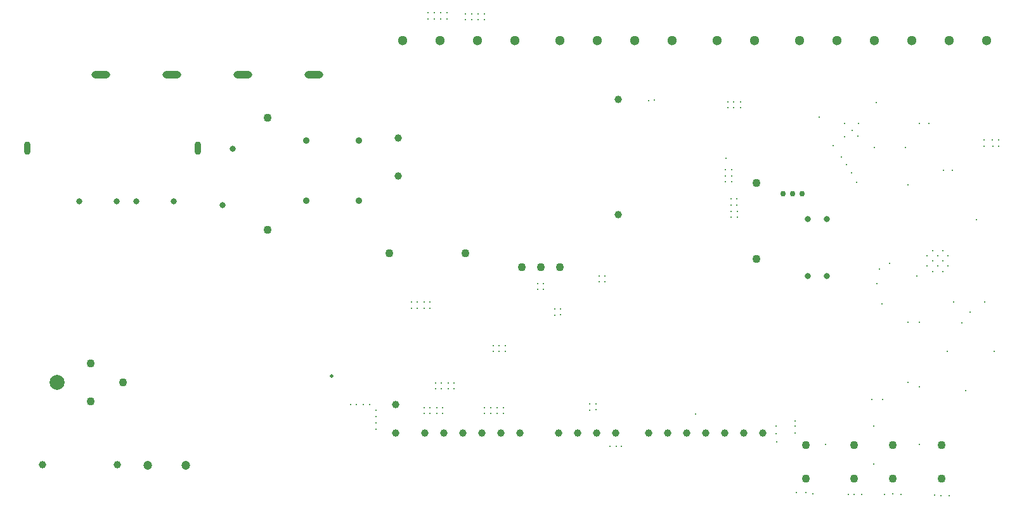
<source format=gbr>
%TF.GenerationSoftware,KiCad,Pcbnew,7.0.10*%
%TF.CreationDate,2024-06-13T10:21:50+07:00*%
%TF.ProjectId,board_dkth,626f6172-645f-4646-9b74-682e6b696361,rev?*%
%TF.SameCoordinates,Original*%
%TF.FileFunction,Plated,1,2,PTH,Mixed*%
%TF.FilePolarity,Positive*%
%FSLAX46Y46*%
G04 Gerber Fmt 4.6, Leading zero omitted, Abs format (unit mm)*
G04 Created by KiCad (PCBNEW 7.0.10) date 2024-06-13 10:21:50*
%MOMM*%
%LPD*%
G01*
G04 APERTURE LIST*
%TA.AperFunction,ComponentDrill*%
%ADD10C,0.200000*%
%TD*%
%TA.AperFunction,ViaDrill*%
%ADD11C,0.300000*%
%TD*%
%TA.AperFunction,ViaDrill*%
%ADD12C,0.500000*%
%TD*%
%TA.AperFunction,ComponentDrill*%
%ADD13C,0.750000*%
%TD*%
%TA.AperFunction,ComponentDrill*%
%ADD14C,0.800000*%
%TD*%
G04 aperture for slot hole*
%TA.AperFunction,ComponentDrill*%
%ADD15O,0.850000X1.800000*%
%TD*%
%TA.AperFunction,ComponentDrill*%
%ADD16C,0.900000*%
%TD*%
%TA.AperFunction,ComponentDrill*%
%ADD17C,1.000000*%
%TD*%
G04 aperture for slot hole*
%TA.AperFunction,ComponentDrill*%
%ADD18O,2.500000X1.000000*%
%TD*%
%TA.AperFunction,ComponentDrill*%
%ADD19C,1.100000*%
%TD*%
%TA.AperFunction,ComponentDrill*%
%ADD20C,1.200000*%
%TD*%
%TA.AperFunction,ComponentDrill*%
%ADD21C,1.300000*%
%TD*%
%TA.AperFunction,ComponentDrill*%
%ADD22C,2.000000*%
%TD*%
G04 APERTURE END LIST*
D10*
%TO.C,U5*%
X164335000Y-75800000D03*
X164335000Y-77200000D03*
X165035000Y-75100000D03*
X165035000Y-76475000D03*
X165035000Y-77900000D03*
X165735000Y-75800000D03*
X165735000Y-77200000D03*
X166435000Y-75100000D03*
X166435000Y-76475000D03*
X166435000Y-77900000D03*
X167135000Y-75800000D03*
X167135000Y-77200000D03*
%TD*%
D11*
X87350000Y-95700000D03*
X88150000Y-95700000D03*
X89050000Y-95700000D03*
X89850000Y-95700000D03*
X90750000Y-96500000D03*
X90750000Y-97300000D03*
X90750000Y-98200000D03*
X90750000Y-99000000D03*
X95450000Y-82025000D03*
X95450000Y-82825000D03*
X96250000Y-82025000D03*
X96250000Y-82800000D03*
X97150000Y-82025000D03*
X97150000Y-82825000D03*
X97150000Y-96125000D03*
X97150000Y-96925000D03*
X97700000Y-43325000D03*
X97700000Y-44125000D03*
X97950000Y-82025000D03*
X97950000Y-82800000D03*
X97950000Y-96125000D03*
X97950000Y-96900000D03*
X98500000Y-43325000D03*
X98500000Y-44100000D03*
X98675000Y-92825000D03*
X98675000Y-93625000D03*
X98850000Y-96125000D03*
X98850000Y-96925000D03*
X99400000Y-43325000D03*
X99400000Y-44125000D03*
X99475000Y-92825000D03*
X99475000Y-93600000D03*
X99650000Y-96125000D03*
X99650000Y-96900000D03*
X100200000Y-43325000D03*
X100200000Y-44100000D03*
X100375000Y-92825000D03*
X100375000Y-93625000D03*
X101175000Y-92825000D03*
X101175000Y-93600000D03*
X102700000Y-43425000D03*
X102700000Y-44225000D03*
X103500000Y-43425000D03*
X103500000Y-44200000D03*
X104400000Y-43425000D03*
X104400000Y-44225000D03*
X105200000Y-43425000D03*
X105200000Y-44200000D03*
X105250000Y-96125000D03*
X105250000Y-96925000D03*
X106050000Y-96125000D03*
X106050000Y-96900000D03*
X106375000Y-87825000D03*
X106375000Y-88625000D03*
X106950000Y-96125000D03*
X106950000Y-96925000D03*
X107175000Y-87825000D03*
X107175000Y-88600000D03*
X107750000Y-96125000D03*
X107750000Y-96900000D03*
X107975000Y-87825000D03*
X107975000Y-88625000D03*
X112300000Y-79525000D03*
X112300000Y-80325000D03*
X113100000Y-79525000D03*
X113100000Y-80300000D03*
X114575000Y-82925000D03*
X114575000Y-83725000D03*
X115375000Y-82925000D03*
X115375000Y-83700000D03*
X119275000Y-95625000D03*
X119275000Y-96425000D03*
X120075000Y-95625000D03*
X120075000Y-96400000D03*
X120500000Y-78500000D03*
X120500000Y-79300000D03*
X121300000Y-78500000D03*
X121300000Y-79275000D03*
X122000000Y-101300000D03*
X122800000Y-101300000D03*
X123500000Y-101300000D03*
X127125000Y-55025000D03*
X127925000Y-55000000D03*
X133400000Y-97000000D03*
X137400000Y-65900000D03*
X137425000Y-64325000D03*
X137425000Y-65125000D03*
X137500000Y-62800000D03*
X137725000Y-55200000D03*
X137725000Y-56000000D03*
X138125000Y-68225000D03*
X138125000Y-69025000D03*
X138175000Y-69875000D03*
X138175000Y-70675000D03*
X138200000Y-65900000D03*
X138225000Y-64325000D03*
X138225000Y-65100000D03*
X138525000Y-55200000D03*
X138525000Y-55975000D03*
X138925000Y-68225000D03*
X138925000Y-69000000D03*
X138975000Y-69875000D03*
X138975000Y-70650000D03*
X139425000Y-55200000D03*
X139425000Y-56000000D03*
X144200000Y-98600000D03*
X144200000Y-99600000D03*
X144225000Y-100700000D03*
X146700000Y-97900000D03*
X146700000Y-98600000D03*
X146700000Y-99500000D03*
X146900000Y-107500000D03*
X148100000Y-107500000D03*
X149100000Y-107600000D03*
X149900000Y-57300000D03*
X150800000Y-101000000D03*
X151800000Y-61100000D03*
X152900000Y-62600000D03*
X153300000Y-58100000D03*
X153300000Y-59900000D03*
X153600000Y-63600000D03*
X153800000Y-107700000D03*
X154250000Y-64700000D03*
X154300000Y-59000000D03*
X154600000Y-107700000D03*
X154900000Y-66000000D03*
X155100000Y-59800000D03*
X155200000Y-58100000D03*
X155600000Y-107700000D03*
X156950000Y-95000000D03*
X157200000Y-98600000D03*
X157200000Y-103700000D03*
X157300000Y-61300000D03*
X157500000Y-55300000D03*
X157600000Y-79500000D03*
X157950000Y-77550000D03*
X158300000Y-82200000D03*
X158400000Y-95000000D03*
X158600000Y-107700000D03*
X159300000Y-76800000D03*
X159750000Y-107650000D03*
X160800000Y-107700000D03*
X161400000Y-61300000D03*
X161800000Y-66300000D03*
X161800000Y-84700000D03*
X161800000Y-92700000D03*
X163000000Y-78500000D03*
X163300000Y-58100000D03*
X163300000Y-84700000D03*
X163300000Y-93300000D03*
X163300000Y-101000000D03*
X164565000Y-58100000D03*
X165300000Y-107800000D03*
X166200000Y-107900000D03*
X166500000Y-64400000D03*
X167025000Y-88600000D03*
X167300000Y-107900000D03*
X167700000Y-64400000D03*
X167900000Y-82000000D03*
X169000000Y-84800000D03*
X169500000Y-93800000D03*
X170100000Y-83300000D03*
X170950000Y-71000000D03*
X171960000Y-60300000D03*
X171960000Y-61200000D03*
X172000000Y-82000000D03*
X173000000Y-60300000D03*
X173100000Y-61200000D03*
X173325000Y-88600000D03*
X173900000Y-60300000D03*
X173900000Y-61200000D03*
D12*
X84825000Y-91900000D03*
D13*
%TO.C,Q3*%
X145100000Y-67500000D03*
X146370000Y-67500000D03*
X147640000Y-67500000D03*
D14*
%TO.C,C4*%
X51137500Y-68545000D03*
X56137500Y-68545000D03*
%TO.C,C5*%
X58737500Y-68545000D03*
X63737500Y-68545000D03*
%TO.C,RV1*%
X70237500Y-69020000D03*
X71637500Y-61520000D03*
%TO.C,U7*%
X148425000Y-70880000D03*
X148425000Y-78500000D03*
X150965000Y-70880000D03*
X150965000Y-78500000D03*
D15*
%TO.C,F1_CH\u01AFACH\u1ECCN1*%
X44212500Y-61430000D03*
X66962500Y-61430000D03*
D16*
%TO.C,FL1*%
X81412500Y-60400000D03*
X81412500Y-68400000D03*
X88412500Y-60400000D03*
X88412500Y-68400000D03*
D17*
%TO.C,C3*%
X46200000Y-103775000D03*
D18*
%TO.C,J5*%
X53965000Y-51600000D03*
D17*
%TO.C,C3*%
X56200000Y-103775000D03*
D18*
%TO.C,J5*%
X63465000Y-51600000D03*
X72965000Y-51600000D03*
X82465000Y-51600000D03*
D17*
%TO.C,J1*%
X93325000Y-95700000D03*
%TO.C,J2*%
X93325000Y-99475000D03*
%TO.C,PS1*%
X93700000Y-60100000D03*
X93700000Y-65100000D03*
%TO.C,J4*%
X97235000Y-99500000D03*
X99775000Y-99500000D03*
X102315000Y-99500000D03*
X104855000Y-99500000D03*
X107395000Y-99500000D03*
X109935000Y-99500000D03*
%TO.C,J7*%
X115120000Y-99550000D03*
X117660000Y-99550000D03*
X120200000Y-99550000D03*
X122740000Y-99550000D03*
%TO.C,PS1*%
X123100000Y-54900000D03*
X123100000Y-70300000D03*
%TO.C,J6*%
X127180000Y-99550000D03*
X129720000Y-99550000D03*
X132260000Y-99550000D03*
X134800000Y-99550000D03*
X137340000Y-99550000D03*
X139880000Y-99550000D03*
X142420000Y-99550000D03*
D19*
%TO.C,BTA16*%
X52600000Y-90175000D03*
X52600000Y-95255000D03*
X56955000Y-92735000D03*
%TO.C,C6*%
X76222500Y-57340000D03*
X76222500Y-72340000D03*
%TO.C,D4*%
X92520000Y-75500000D03*
X102680000Y-75500000D03*
%TO.C,U6*%
X110230000Y-77300000D03*
X112770000Y-77300000D03*
X115310000Y-77300000D03*
%TO.C,D8*%
X141500000Y-66100000D03*
X141500000Y-76260000D03*
%TO.C,SW1*%
X148100000Y-101100000D03*
X148100000Y-105600000D03*
X154600000Y-101100000D03*
X154600000Y-105600000D03*
%TO.C,SW2*%
X159750000Y-101100000D03*
X159750000Y-105600000D03*
X166250000Y-101100000D03*
X166250000Y-105600000D03*
D20*
%TO.C,R11*%
X60285000Y-103825000D03*
X65365000Y-103825000D03*
D21*
%TO.C,J3*%
X94300000Y-47000000D03*
X99300000Y-47000000D03*
X104300000Y-47000000D03*
X109300000Y-47000000D03*
%TO.C,J9*%
X115300000Y-47000000D03*
X120300000Y-47000000D03*
X125300000Y-47000000D03*
X130300000Y-47000000D03*
%TO.C,J10*%
X136300000Y-47000000D03*
X141300000Y-47000000D03*
%TO.C,J8*%
X147300000Y-47000000D03*
X152300000Y-47000000D03*
X157300000Y-47000000D03*
X162300000Y-47000000D03*
X167300000Y-47000000D03*
X172300000Y-47000000D03*
D22*
%TO.C,BTA16*%
X48155000Y-92735000D03*
M02*

</source>
